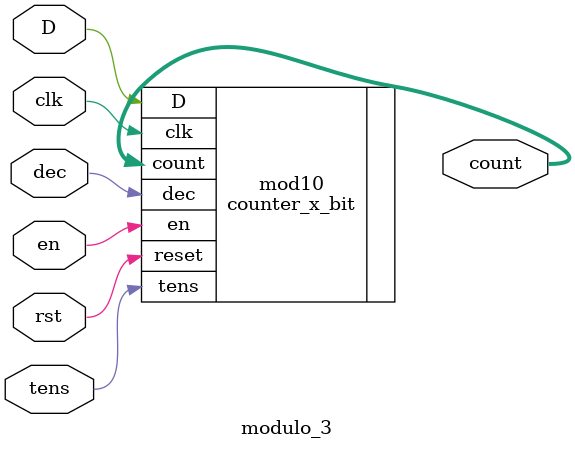
<source format=v>
`timescale 1ns / 1ps


module modulo_3(input clk, rst, en,dec,tens,D,output [1:0] count);
//wire clk_out;
//clockDivider clockDiv(.clk(clk), .rst(rst), .clk_out(clk_out));
counter_x_bit  #(2,3) mod10 (.clk(clk), .reset(rst), .en(en),.tens(tens),.dec(dec),.D(D),.count(count));
endmodule
</source>
